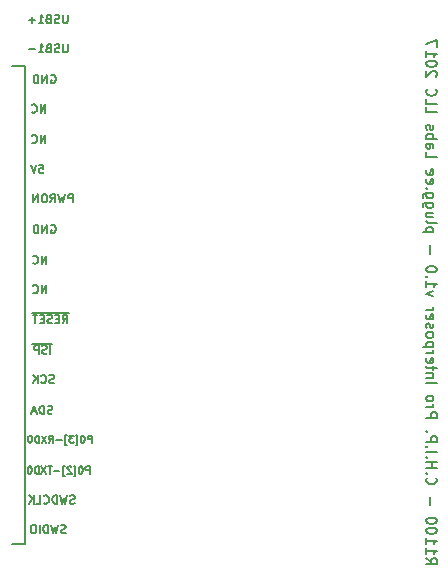
<source format=gbr>
G04 #@! TF.FileFunction,Legend,Bot*
%FSLAX46Y46*%
G04 Gerber Fmt 4.6, Leading zero omitted, Abs format (unit mm)*
G04 Created by KiCad (PCBNEW 4.0.6-e0-6349~53~ubuntu14.04.1) date Thu Apr  6 14:16:42 2017*
%MOMM*%
%LPD*%
G01*
G04 APERTURE LIST*
%ADD10C,0.100000*%
%ADD11C,0.150000*%
%ADD12C,0.152400*%
G04 APERTURE END LIST*
D10*
D11*
X163092857Y-126442857D02*
X163521429Y-126742857D01*
X163092857Y-126957142D02*
X163992857Y-126957142D01*
X163992857Y-126614285D01*
X163950000Y-126528571D01*
X163907143Y-126485714D01*
X163821429Y-126442857D01*
X163692857Y-126442857D01*
X163607143Y-126485714D01*
X163564286Y-126528571D01*
X163521429Y-126614285D01*
X163521429Y-126957142D01*
X163092857Y-125585714D02*
X163092857Y-126099999D01*
X163092857Y-125842857D02*
X163992857Y-125842857D01*
X163864286Y-125928571D01*
X163778571Y-126014285D01*
X163735714Y-126099999D01*
X163092857Y-124728571D02*
X163092857Y-125242856D01*
X163092857Y-124985714D02*
X163992857Y-124985714D01*
X163864286Y-125071428D01*
X163778571Y-125157142D01*
X163735714Y-125242856D01*
X163992857Y-124171428D02*
X163992857Y-124085713D01*
X163950000Y-123999999D01*
X163907143Y-123957142D01*
X163821429Y-123914285D01*
X163650000Y-123871428D01*
X163435714Y-123871428D01*
X163264286Y-123914285D01*
X163178571Y-123957142D01*
X163135714Y-123999999D01*
X163092857Y-124085713D01*
X163092857Y-124171428D01*
X163135714Y-124257142D01*
X163178571Y-124299999D01*
X163264286Y-124342856D01*
X163435714Y-124385713D01*
X163650000Y-124385713D01*
X163821429Y-124342856D01*
X163907143Y-124299999D01*
X163950000Y-124257142D01*
X163992857Y-124171428D01*
X163992857Y-123314285D02*
X163992857Y-123228570D01*
X163950000Y-123142856D01*
X163907143Y-123099999D01*
X163821429Y-123057142D01*
X163650000Y-123014285D01*
X163435714Y-123014285D01*
X163264286Y-123057142D01*
X163178571Y-123099999D01*
X163135714Y-123142856D01*
X163092857Y-123228570D01*
X163092857Y-123314285D01*
X163135714Y-123399999D01*
X163178571Y-123442856D01*
X163264286Y-123485713D01*
X163435714Y-123528570D01*
X163650000Y-123528570D01*
X163821429Y-123485713D01*
X163907143Y-123442856D01*
X163950000Y-123399999D01*
X163992857Y-123314285D01*
X163435714Y-121942856D02*
X163435714Y-121257142D01*
X163178571Y-119628571D02*
X163135714Y-119671428D01*
X163092857Y-119799999D01*
X163092857Y-119885713D01*
X163135714Y-120014285D01*
X163221429Y-120099999D01*
X163307143Y-120142856D01*
X163478571Y-120185713D01*
X163607143Y-120185713D01*
X163778571Y-120142856D01*
X163864286Y-120099999D01*
X163950000Y-120014285D01*
X163992857Y-119885713D01*
X163992857Y-119799999D01*
X163950000Y-119671428D01*
X163907143Y-119628571D01*
X163178571Y-119242856D02*
X163135714Y-119199999D01*
X163092857Y-119242856D01*
X163135714Y-119285713D01*
X163178571Y-119242856D01*
X163092857Y-119242856D01*
X163092857Y-118814285D02*
X163992857Y-118814285D01*
X163564286Y-118814285D02*
X163564286Y-118300000D01*
X163092857Y-118300000D02*
X163992857Y-118300000D01*
X163178571Y-117871428D02*
X163135714Y-117828571D01*
X163092857Y-117871428D01*
X163135714Y-117914285D01*
X163178571Y-117871428D01*
X163092857Y-117871428D01*
X163092857Y-117442857D02*
X163992857Y-117442857D01*
X163178571Y-117014286D02*
X163135714Y-116971429D01*
X163092857Y-117014286D01*
X163135714Y-117057143D01*
X163178571Y-117014286D01*
X163092857Y-117014286D01*
X163092857Y-116585715D02*
X163992857Y-116585715D01*
X163992857Y-116242858D01*
X163950000Y-116157144D01*
X163907143Y-116114287D01*
X163821429Y-116071430D01*
X163692857Y-116071430D01*
X163607143Y-116114287D01*
X163564286Y-116157144D01*
X163521429Y-116242858D01*
X163521429Y-116585715D01*
X163178571Y-115685715D02*
X163135714Y-115642858D01*
X163092857Y-115685715D01*
X163135714Y-115728572D01*
X163178571Y-115685715D01*
X163092857Y-115685715D01*
X163092857Y-114571430D02*
X163992857Y-114571430D01*
X163992857Y-114228573D01*
X163950000Y-114142859D01*
X163907143Y-114100002D01*
X163821429Y-114057145D01*
X163692857Y-114057145D01*
X163607143Y-114100002D01*
X163564286Y-114142859D01*
X163521429Y-114228573D01*
X163521429Y-114571430D01*
X163092857Y-113671430D02*
X163692857Y-113671430D01*
X163521429Y-113671430D02*
X163607143Y-113628573D01*
X163650000Y-113585716D01*
X163692857Y-113500002D01*
X163692857Y-113414287D01*
X163092857Y-112985716D02*
X163135714Y-113071430D01*
X163178571Y-113114287D01*
X163264286Y-113157144D01*
X163521429Y-113157144D01*
X163607143Y-113114287D01*
X163650000Y-113071430D01*
X163692857Y-112985716D01*
X163692857Y-112857144D01*
X163650000Y-112771430D01*
X163607143Y-112728573D01*
X163521429Y-112685716D01*
X163264286Y-112685716D01*
X163178571Y-112728573D01*
X163135714Y-112771430D01*
X163092857Y-112857144D01*
X163092857Y-112985716D01*
X163092857Y-111614287D02*
X163992857Y-111614287D01*
X163692857Y-111185716D02*
X163092857Y-111185716D01*
X163607143Y-111185716D02*
X163650000Y-111142859D01*
X163692857Y-111057145D01*
X163692857Y-110928573D01*
X163650000Y-110842859D01*
X163564286Y-110800002D01*
X163092857Y-110800002D01*
X163692857Y-110500002D02*
X163692857Y-110157145D01*
X163992857Y-110371430D02*
X163221429Y-110371430D01*
X163135714Y-110328573D01*
X163092857Y-110242859D01*
X163092857Y-110157145D01*
X163135714Y-109514287D02*
X163092857Y-109600001D01*
X163092857Y-109771430D01*
X163135714Y-109857144D01*
X163221429Y-109900001D01*
X163564286Y-109900001D01*
X163650000Y-109857144D01*
X163692857Y-109771430D01*
X163692857Y-109600001D01*
X163650000Y-109514287D01*
X163564286Y-109471430D01*
X163478571Y-109471430D01*
X163392857Y-109900001D01*
X163092857Y-109085715D02*
X163692857Y-109085715D01*
X163521429Y-109085715D02*
X163607143Y-109042858D01*
X163650000Y-109000001D01*
X163692857Y-108914287D01*
X163692857Y-108828572D01*
X163692857Y-108528572D02*
X162792857Y-108528572D01*
X163650000Y-108528572D02*
X163692857Y-108442858D01*
X163692857Y-108271429D01*
X163650000Y-108185715D01*
X163607143Y-108142858D01*
X163521429Y-108100001D01*
X163264286Y-108100001D01*
X163178571Y-108142858D01*
X163135714Y-108185715D01*
X163092857Y-108271429D01*
X163092857Y-108442858D01*
X163135714Y-108528572D01*
X163092857Y-107585715D02*
X163135714Y-107671429D01*
X163178571Y-107714286D01*
X163264286Y-107757143D01*
X163521429Y-107757143D01*
X163607143Y-107714286D01*
X163650000Y-107671429D01*
X163692857Y-107585715D01*
X163692857Y-107457143D01*
X163650000Y-107371429D01*
X163607143Y-107328572D01*
X163521429Y-107285715D01*
X163264286Y-107285715D01*
X163178571Y-107328572D01*
X163135714Y-107371429D01*
X163092857Y-107457143D01*
X163092857Y-107585715D01*
X163135714Y-106942857D02*
X163092857Y-106857143D01*
X163092857Y-106685715D01*
X163135714Y-106600000D01*
X163221429Y-106557143D01*
X163264286Y-106557143D01*
X163350000Y-106600000D01*
X163392857Y-106685715D01*
X163392857Y-106814286D01*
X163435714Y-106900000D01*
X163521429Y-106942857D01*
X163564286Y-106942857D01*
X163650000Y-106900000D01*
X163692857Y-106814286D01*
X163692857Y-106685715D01*
X163650000Y-106600000D01*
X163135714Y-105828572D02*
X163092857Y-105914286D01*
X163092857Y-106085715D01*
X163135714Y-106171429D01*
X163221429Y-106214286D01*
X163564286Y-106214286D01*
X163650000Y-106171429D01*
X163692857Y-106085715D01*
X163692857Y-105914286D01*
X163650000Y-105828572D01*
X163564286Y-105785715D01*
X163478571Y-105785715D01*
X163392857Y-106214286D01*
X163092857Y-105400000D02*
X163692857Y-105400000D01*
X163521429Y-105400000D02*
X163607143Y-105357143D01*
X163650000Y-105314286D01*
X163692857Y-105228572D01*
X163692857Y-105142857D01*
X163692857Y-104242858D02*
X163092857Y-104028572D01*
X163692857Y-103814286D01*
X163092857Y-103000001D02*
X163092857Y-103514286D01*
X163092857Y-103257144D02*
X163992857Y-103257144D01*
X163864286Y-103342858D01*
X163778571Y-103428572D01*
X163735714Y-103514286D01*
X163178571Y-102614286D02*
X163135714Y-102571429D01*
X163092857Y-102614286D01*
X163135714Y-102657143D01*
X163178571Y-102614286D01*
X163092857Y-102614286D01*
X163992857Y-102014287D02*
X163992857Y-101928572D01*
X163950000Y-101842858D01*
X163907143Y-101800001D01*
X163821429Y-101757144D01*
X163650000Y-101714287D01*
X163435714Y-101714287D01*
X163264286Y-101757144D01*
X163178571Y-101800001D01*
X163135714Y-101842858D01*
X163092857Y-101928572D01*
X163092857Y-102014287D01*
X163135714Y-102100001D01*
X163178571Y-102142858D01*
X163264286Y-102185715D01*
X163435714Y-102228572D01*
X163650000Y-102228572D01*
X163821429Y-102185715D01*
X163907143Y-102142858D01*
X163950000Y-102100001D01*
X163992857Y-102014287D01*
X163435714Y-100642858D02*
X163435714Y-99957144D01*
X163692857Y-98842858D02*
X162792857Y-98842858D01*
X163650000Y-98842858D02*
X163692857Y-98757144D01*
X163692857Y-98585715D01*
X163650000Y-98500001D01*
X163607143Y-98457144D01*
X163521429Y-98414287D01*
X163264286Y-98414287D01*
X163178571Y-98457144D01*
X163135714Y-98500001D01*
X163092857Y-98585715D01*
X163092857Y-98757144D01*
X163135714Y-98842858D01*
X163092857Y-97900001D02*
X163135714Y-97985715D01*
X163221429Y-98028572D01*
X163992857Y-98028572D01*
X163692857Y-97171429D02*
X163092857Y-97171429D01*
X163692857Y-97557143D02*
X163221429Y-97557143D01*
X163135714Y-97514286D01*
X163092857Y-97428572D01*
X163092857Y-97300000D01*
X163135714Y-97214286D01*
X163178571Y-97171429D01*
X163692857Y-96357143D02*
X162964286Y-96357143D01*
X162878571Y-96400000D01*
X162835714Y-96442857D01*
X162792857Y-96528572D01*
X162792857Y-96657143D01*
X162835714Y-96742857D01*
X163135714Y-96357143D02*
X163092857Y-96442857D01*
X163092857Y-96614286D01*
X163135714Y-96700000D01*
X163178571Y-96742857D01*
X163264286Y-96785714D01*
X163521429Y-96785714D01*
X163607143Y-96742857D01*
X163650000Y-96700000D01*
X163692857Y-96614286D01*
X163692857Y-96442857D01*
X163650000Y-96357143D01*
X163692857Y-95542857D02*
X162964286Y-95542857D01*
X162878571Y-95585714D01*
X162835714Y-95628571D01*
X162792857Y-95714286D01*
X162792857Y-95842857D01*
X162835714Y-95928571D01*
X163135714Y-95542857D02*
X163092857Y-95628571D01*
X163092857Y-95800000D01*
X163135714Y-95885714D01*
X163178571Y-95928571D01*
X163264286Y-95971428D01*
X163521429Y-95971428D01*
X163607143Y-95928571D01*
X163650000Y-95885714D01*
X163692857Y-95800000D01*
X163692857Y-95628571D01*
X163650000Y-95542857D01*
X163178571Y-95114285D02*
X163135714Y-95071428D01*
X163092857Y-95114285D01*
X163135714Y-95157142D01*
X163178571Y-95114285D01*
X163092857Y-95114285D01*
X163135714Y-94342857D02*
X163092857Y-94428571D01*
X163092857Y-94600000D01*
X163135714Y-94685714D01*
X163221429Y-94728571D01*
X163564286Y-94728571D01*
X163650000Y-94685714D01*
X163692857Y-94600000D01*
X163692857Y-94428571D01*
X163650000Y-94342857D01*
X163564286Y-94300000D01*
X163478571Y-94300000D01*
X163392857Y-94728571D01*
X163135714Y-93571428D02*
X163092857Y-93657142D01*
X163092857Y-93828571D01*
X163135714Y-93914285D01*
X163221429Y-93957142D01*
X163564286Y-93957142D01*
X163650000Y-93914285D01*
X163692857Y-93828571D01*
X163692857Y-93657142D01*
X163650000Y-93571428D01*
X163564286Y-93528571D01*
X163478571Y-93528571D01*
X163392857Y-93957142D01*
X163092857Y-92028571D02*
X163092857Y-92457142D01*
X163992857Y-92457142D01*
X163092857Y-91342857D02*
X163564286Y-91342857D01*
X163650000Y-91385714D01*
X163692857Y-91471428D01*
X163692857Y-91642857D01*
X163650000Y-91728571D01*
X163135714Y-91342857D02*
X163092857Y-91428571D01*
X163092857Y-91642857D01*
X163135714Y-91728571D01*
X163221429Y-91771428D01*
X163307143Y-91771428D01*
X163392857Y-91728571D01*
X163435714Y-91642857D01*
X163435714Y-91428571D01*
X163478571Y-91342857D01*
X163092857Y-90914285D02*
X163992857Y-90914285D01*
X163650000Y-90914285D02*
X163692857Y-90828571D01*
X163692857Y-90657142D01*
X163650000Y-90571428D01*
X163607143Y-90528571D01*
X163521429Y-90485714D01*
X163264286Y-90485714D01*
X163178571Y-90528571D01*
X163135714Y-90571428D01*
X163092857Y-90657142D01*
X163092857Y-90828571D01*
X163135714Y-90914285D01*
X163135714Y-90142856D02*
X163092857Y-90057142D01*
X163092857Y-89885714D01*
X163135714Y-89799999D01*
X163221429Y-89757142D01*
X163264286Y-89757142D01*
X163350000Y-89799999D01*
X163392857Y-89885714D01*
X163392857Y-90014285D01*
X163435714Y-90099999D01*
X163521429Y-90142856D01*
X163564286Y-90142856D01*
X163650000Y-90099999D01*
X163692857Y-90014285D01*
X163692857Y-89885714D01*
X163650000Y-89799999D01*
X163092857Y-88257143D02*
X163092857Y-88685714D01*
X163992857Y-88685714D01*
X163092857Y-87528572D02*
X163092857Y-87957143D01*
X163992857Y-87957143D01*
X163178571Y-86714287D02*
X163135714Y-86757144D01*
X163092857Y-86885715D01*
X163092857Y-86971429D01*
X163135714Y-87100001D01*
X163221429Y-87185715D01*
X163307143Y-87228572D01*
X163478571Y-87271429D01*
X163607143Y-87271429D01*
X163778571Y-87228572D01*
X163864286Y-87185715D01*
X163950000Y-87100001D01*
X163992857Y-86971429D01*
X163992857Y-86885715D01*
X163950000Y-86757144D01*
X163907143Y-86714287D01*
X163907143Y-85685715D02*
X163950000Y-85642858D01*
X163992857Y-85557144D01*
X163992857Y-85342858D01*
X163950000Y-85257144D01*
X163907143Y-85214287D01*
X163821429Y-85171430D01*
X163735714Y-85171430D01*
X163607143Y-85214287D01*
X163092857Y-85728573D01*
X163092857Y-85171430D01*
X163992857Y-84614287D02*
X163992857Y-84528572D01*
X163950000Y-84442858D01*
X163907143Y-84400001D01*
X163821429Y-84357144D01*
X163650000Y-84314287D01*
X163435714Y-84314287D01*
X163264286Y-84357144D01*
X163178571Y-84400001D01*
X163135714Y-84442858D01*
X163092857Y-84528572D01*
X163092857Y-84614287D01*
X163135714Y-84700001D01*
X163178571Y-84742858D01*
X163264286Y-84785715D01*
X163435714Y-84828572D01*
X163650000Y-84828572D01*
X163821429Y-84785715D01*
X163907143Y-84742858D01*
X163950000Y-84700001D01*
X163992857Y-84614287D01*
X163092857Y-83457144D02*
X163092857Y-83971429D01*
X163092857Y-83714287D02*
X163992857Y-83714287D01*
X163864286Y-83800001D01*
X163778571Y-83885715D01*
X163735714Y-83971429D01*
X163992857Y-83157144D02*
X163992857Y-82557144D01*
X163092857Y-82942858D01*
D12*
X128000000Y-84760000D02*
X129100000Y-84760000D01*
X129100000Y-84760000D02*
X129100000Y-90560000D01*
X129100000Y-90560000D02*
X129100000Y-95960000D01*
X129100000Y-95960000D02*
X129100000Y-99560000D01*
X129100000Y-99560000D02*
X129100000Y-113560000D01*
X129100000Y-113560000D02*
X129100000Y-124060000D01*
X129100000Y-124060000D02*
X129100000Y-125260000D01*
X129100000Y-125260000D02*
X128000000Y-125260000D01*
D11*
X132750000Y-80416667D02*
X132750000Y-80983333D01*
X132716667Y-81050000D01*
X132683334Y-81083333D01*
X132616667Y-81116667D01*
X132483334Y-81116667D01*
X132416667Y-81083333D01*
X132383334Y-81050000D01*
X132350000Y-80983333D01*
X132350000Y-80416667D01*
X132050001Y-81083333D02*
X131950001Y-81116667D01*
X131783334Y-81116667D01*
X131716667Y-81083333D01*
X131683334Y-81050000D01*
X131650001Y-80983333D01*
X131650001Y-80916667D01*
X131683334Y-80850000D01*
X131716667Y-80816667D01*
X131783334Y-80783333D01*
X131916667Y-80750000D01*
X131983334Y-80716667D01*
X132016667Y-80683333D01*
X132050001Y-80616667D01*
X132050001Y-80550000D01*
X132016667Y-80483333D01*
X131983334Y-80450000D01*
X131916667Y-80416667D01*
X131750001Y-80416667D01*
X131650001Y-80450000D01*
X131116667Y-80750000D02*
X131016667Y-80783333D01*
X130983334Y-80816667D01*
X130950000Y-80883333D01*
X130950000Y-80983333D01*
X130983334Y-81050000D01*
X131016667Y-81083333D01*
X131083334Y-81116667D01*
X131350000Y-81116667D01*
X131350000Y-80416667D01*
X131116667Y-80416667D01*
X131050000Y-80450000D01*
X131016667Y-80483333D01*
X130983334Y-80550000D01*
X130983334Y-80616667D01*
X131016667Y-80683333D01*
X131050000Y-80716667D01*
X131116667Y-80750000D01*
X131350000Y-80750000D01*
X130283334Y-81116667D02*
X130683334Y-81116667D01*
X130483334Y-81116667D02*
X130483334Y-80416667D01*
X130550000Y-80516667D01*
X130616667Y-80583333D01*
X130683334Y-80616667D01*
X129983333Y-80850000D02*
X129450000Y-80850000D01*
X129716667Y-81116667D02*
X129716667Y-80583333D01*
X132750000Y-82916667D02*
X132750000Y-83483333D01*
X132716667Y-83550000D01*
X132683334Y-83583333D01*
X132616667Y-83616667D01*
X132483334Y-83616667D01*
X132416667Y-83583333D01*
X132383334Y-83550000D01*
X132350000Y-83483333D01*
X132350000Y-82916667D01*
X132050001Y-83583333D02*
X131950001Y-83616667D01*
X131783334Y-83616667D01*
X131716667Y-83583333D01*
X131683334Y-83550000D01*
X131650001Y-83483333D01*
X131650001Y-83416667D01*
X131683334Y-83350000D01*
X131716667Y-83316667D01*
X131783334Y-83283333D01*
X131916667Y-83250000D01*
X131983334Y-83216667D01*
X132016667Y-83183333D01*
X132050001Y-83116667D01*
X132050001Y-83050000D01*
X132016667Y-82983333D01*
X131983334Y-82950000D01*
X131916667Y-82916667D01*
X131750001Y-82916667D01*
X131650001Y-82950000D01*
X131116667Y-83250000D02*
X131016667Y-83283333D01*
X130983334Y-83316667D01*
X130950000Y-83383333D01*
X130950000Y-83483333D01*
X130983334Y-83550000D01*
X131016667Y-83583333D01*
X131083334Y-83616667D01*
X131350000Y-83616667D01*
X131350000Y-82916667D01*
X131116667Y-82916667D01*
X131050000Y-82950000D01*
X131016667Y-82983333D01*
X130983334Y-83050000D01*
X130983334Y-83116667D01*
X131016667Y-83183333D01*
X131050000Y-83216667D01*
X131116667Y-83250000D01*
X131350000Y-83250000D01*
X130283334Y-83616667D02*
X130683334Y-83616667D01*
X130483334Y-83616667D02*
X130483334Y-82916667D01*
X130550000Y-83016667D01*
X130616667Y-83083333D01*
X130683334Y-83116667D01*
X129983333Y-83350000D02*
X129450000Y-83350000D01*
X132583333Y-124283333D02*
X132483333Y-124316667D01*
X132316666Y-124316667D01*
X132249999Y-124283333D01*
X132216666Y-124250000D01*
X132183333Y-124183333D01*
X132183333Y-124116667D01*
X132216666Y-124050000D01*
X132249999Y-124016667D01*
X132316666Y-123983333D01*
X132449999Y-123950000D01*
X132516666Y-123916667D01*
X132549999Y-123883333D01*
X132583333Y-123816667D01*
X132583333Y-123750000D01*
X132549999Y-123683333D01*
X132516666Y-123650000D01*
X132449999Y-123616667D01*
X132283333Y-123616667D01*
X132183333Y-123650000D01*
X131949999Y-123616667D02*
X131783332Y-124316667D01*
X131649999Y-123816667D01*
X131516666Y-124316667D01*
X131349999Y-123616667D01*
X131083332Y-124316667D02*
X131083332Y-123616667D01*
X130916666Y-123616667D01*
X130816666Y-123650000D01*
X130749999Y-123716667D01*
X130716666Y-123783333D01*
X130683332Y-123916667D01*
X130683332Y-124016667D01*
X130716666Y-124150000D01*
X130749999Y-124216667D01*
X130816666Y-124283333D01*
X130916666Y-124316667D01*
X131083332Y-124316667D01*
X130383332Y-124316667D02*
X130383332Y-123616667D01*
X129916666Y-123616667D02*
X129783333Y-123616667D01*
X129716666Y-123650000D01*
X129649999Y-123716667D01*
X129616666Y-123850000D01*
X129616666Y-124083333D01*
X129649999Y-124216667D01*
X129716666Y-124283333D01*
X129783333Y-124316667D01*
X129916666Y-124316667D01*
X129983333Y-124283333D01*
X130049999Y-124216667D01*
X130083333Y-124083333D01*
X130083333Y-123850000D01*
X130049999Y-123716667D01*
X129983333Y-123650000D01*
X129916666Y-123616667D01*
X133333334Y-121783333D02*
X133233334Y-121816667D01*
X133066667Y-121816667D01*
X133000000Y-121783333D01*
X132966667Y-121750000D01*
X132933334Y-121683333D01*
X132933334Y-121616667D01*
X132966667Y-121550000D01*
X133000000Y-121516667D01*
X133066667Y-121483333D01*
X133200000Y-121450000D01*
X133266667Y-121416667D01*
X133300000Y-121383333D01*
X133333334Y-121316667D01*
X133333334Y-121250000D01*
X133300000Y-121183333D01*
X133266667Y-121150000D01*
X133200000Y-121116667D01*
X133033334Y-121116667D01*
X132933334Y-121150000D01*
X132700000Y-121116667D02*
X132533333Y-121816667D01*
X132400000Y-121316667D01*
X132266667Y-121816667D01*
X132100000Y-121116667D01*
X131833333Y-121816667D02*
X131833333Y-121116667D01*
X131666667Y-121116667D01*
X131566667Y-121150000D01*
X131500000Y-121216667D01*
X131466667Y-121283333D01*
X131433333Y-121416667D01*
X131433333Y-121516667D01*
X131466667Y-121650000D01*
X131500000Y-121716667D01*
X131566667Y-121783333D01*
X131666667Y-121816667D01*
X131833333Y-121816667D01*
X130733333Y-121750000D02*
X130766667Y-121783333D01*
X130866667Y-121816667D01*
X130933333Y-121816667D01*
X131033333Y-121783333D01*
X131100000Y-121716667D01*
X131133333Y-121650000D01*
X131166667Y-121516667D01*
X131166667Y-121416667D01*
X131133333Y-121283333D01*
X131100000Y-121216667D01*
X131033333Y-121150000D01*
X130933333Y-121116667D01*
X130866667Y-121116667D01*
X130766667Y-121150000D01*
X130733333Y-121183333D01*
X130100000Y-121816667D02*
X130433333Y-121816667D01*
X130433333Y-121116667D01*
X129866666Y-121816667D02*
X129866666Y-121116667D01*
X129466666Y-121816667D02*
X129766666Y-121416667D01*
X129466666Y-121116667D02*
X129866666Y-121516667D01*
X134600001Y-119271429D02*
X134600001Y-118671429D01*
X134371429Y-118671429D01*
X134314287Y-118700000D01*
X134285715Y-118728571D01*
X134257144Y-118785714D01*
X134257144Y-118871429D01*
X134285715Y-118928571D01*
X134314287Y-118957143D01*
X134371429Y-118985714D01*
X134600001Y-118985714D01*
X133885715Y-118671429D02*
X133828572Y-118671429D01*
X133771429Y-118700000D01*
X133742858Y-118728571D01*
X133714287Y-118785714D01*
X133685715Y-118900000D01*
X133685715Y-119042857D01*
X133714287Y-119157143D01*
X133742858Y-119214286D01*
X133771429Y-119242857D01*
X133828572Y-119271429D01*
X133885715Y-119271429D01*
X133942858Y-119242857D01*
X133971429Y-119214286D01*
X134000001Y-119157143D01*
X134028572Y-119042857D01*
X134028572Y-118900000D01*
X134000001Y-118785714D01*
X133971429Y-118728571D01*
X133942858Y-118700000D01*
X133885715Y-118671429D01*
X133257143Y-119471429D02*
X133400000Y-119471429D01*
X133400000Y-118614286D01*
X133257143Y-118614286D01*
X133057143Y-118728571D02*
X133028572Y-118700000D01*
X132971429Y-118671429D01*
X132828572Y-118671429D01*
X132771429Y-118700000D01*
X132742858Y-118728571D01*
X132714286Y-118785714D01*
X132714286Y-118842857D01*
X132742858Y-118928571D01*
X133085715Y-119271429D01*
X132714286Y-119271429D01*
X132514286Y-119471429D02*
X132371429Y-119471429D01*
X132371429Y-118614286D01*
X132514286Y-118614286D01*
X132057143Y-119042857D02*
X131600000Y-119042857D01*
X131400000Y-118671429D02*
X131057143Y-118671429D01*
X131228572Y-119271429D02*
X131228572Y-118671429D01*
X130914286Y-118671429D02*
X130514286Y-119271429D01*
X130514286Y-118671429D02*
X130914286Y-119271429D01*
X130285714Y-119271429D02*
X130285714Y-118671429D01*
X130142857Y-118671429D01*
X130057142Y-118700000D01*
X130000000Y-118757143D01*
X129971428Y-118814286D01*
X129942857Y-118928571D01*
X129942857Y-119014286D01*
X129971428Y-119128571D01*
X130000000Y-119185714D01*
X130057142Y-119242857D01*
X130142857Y-119271429D01*
X130285714Y-119271429D01*
X129571428Y-118671429D02*
X129514285Y-118671429D01*
X129457142Y-118700000D01*
X129428571Y-118728571D01*
X129400000Y-118785714D01*
X129371428Y-118900000D01*
X129371428Y-119042857D01*
X129400000Y-119157143D01*
X129428571Y-119214286D01*
X129457142Y-119242857D01*
X129514285Y-119271429D01*
X129571428Y-119271429D01*
X129628571Y-119242857D01*
X129657142Y-119214286D01*
X129685714Y-119157143D01*
X129714285Y-119042857D01*
X129714285Y-118900000D01*
X129685714Y-118785714D01*
X129657142Y-118728571D01*
X129628571Y-118700000D01*
X129571428Y-118671429D01*
X134771429Y-116671429D02*
X134771429Y-116071429D01*
X134542857Y-116071429D01*
X134485715Y-116100000D01*
X134457143Y-116128571D01*
X134428572Y-116185714D01*
X134428572Y-116271429D01*
X134457143Y-116328571D01*
X134485715Y-116357143D01*
X134542857Y-116385714D01*
X134771429Y-116385714D01*
X134057143Y-116071429D02*
X134000000Y-116071429D01*
X133942857Y-116100000D01*
X133914286Y-116128571D01*
X133885715Y-116185714D01*
X133857143Y-116300000D01*
X133857143Y-116442857D01*
X133885715Y-116557143D01*
X133914286Y-116614286D01*
X133942857Y-116642857D01*
X134000000Y-116671429D01*
X134057143Y-116671429D01*
X134114286Y-116642857D01*
X134142857Y-116614286D01*
X134171429Y-116557143D01*
X134200000Y-116442857D01*
X134200000Y-116300000D01*
X134171429Y-116185714D01*
X134142857Y-116128571D01*
X134114286Y-116100000D01*
X134057143Y-116071429D01*
X133428571Y-116871429D02*
X133571428Y-116871429D01*
X133571428Y-116014286D01*
X133428571Y-116014286D01*
X133257143Y-116071429D02*
X132885714Y-116071429D01*
X133085714Y-116300000D01*
X133000000Y-116300000D01*
X132942857Y-116328571D01*
X132914286Y-116357143D01*
X132885714Y-116414286D01*
X132885714Y-116557143D01*
X132914286Y-116614286D01*
X132942857Y-116642857D01*
X133000000Y-116671429D01*
X133171428Y-116671429D01*
X133228571Y-116642857D01*
X133257143Y-116614286D01*
X132685714Y-116871429D02*
X132542857Y-116871429D01*
X132542857Y-116014286D01*
X132685714Y-116014286D01*
X132228571Y-116442857D02*
X131771428Y-116442857D01*
X131142857Y-116671429D02*
X131342857Y-116385714D01*
X131485714Y-116671429D02*
X131485714Y-116071429D01*
X131257142Y-116071429D01*
X131200000Y-116100000D01*
X131171428Y-116128571D01*
X131142857Y-116185714D01*
X131142857Y-116271429D01*
X131171428Y-116328571D01*
X131200000Y-116357143D01*
X131257142Y-116385714D01*
X131485714Y-116385714D01*
X130942857Y-116071429D02*
X130542857Y-116671429D01*
X130542857Y-116071429D02*
X130942857Y-116671429D01*
X130314285Y-116671429D02*
X130314285Y-116071429D01*
X130171428Y-116071429D01*
X130085713Y-116100000D01*
X130028571Y-116157143D01*
X129999999Y-116214286D01*
X129971428Y-116328571D01*
X129971428Y-116414286D01*
X129999999Y-116528571D01*
X130028571Y-116585714D01*
X130085713Y-116642857D01*
X130171428Y-116671429D01*
X130314285Y-116671429D01*
X129599999Y-116071429D02*
X129542856Y-116071429D01*
X129485713Y-116100000D01*
X129457142Y-116128571D01*
X129428571Y-116185714D01*
X129399999Y-116300000D01*
X129399999Y-116442857D01*
X129428571Y-116557143D01*
X129457142Y-116614286D01*
X129485713Y-116642857D01*
X129542856Y-116671429D01*
X129599999Y-116671429D01*
X129657142Y-116642857D01*
X129685713Y-116614286D01*
X129714285Y-116557143D01*
X129742856Y-116442857D01*
X129742856Y-116300000D01*
X129714285Y-116185714D01*
X129685713Y-116128571D01*
X129657142Y-116100000D01*
X129599999Y-116071429D01*
X131450000Y-114183333D02*
X131350000Y-114216667D01*
X131183333Y-114216667D01*
X131116666Y-114183333D01*
X131083333Y-114150000D01*
X131050000Y-114083333D01*
X131050000Y-114016667D01*
X131083333Y-113950000D01*
X131116666Y-113916667D01*
X131183333Y-113883333D01*
X131316666Y-113850000D01*
X131383333Y-113816667D01*
X131416666Y-113783333D01*
X131450000Y-113716667D01*
X131450000Y-113650000D01*
X131416666Y-113583333D01*
X131383333Y-113550000D01*
X131316666Y-113516667D01*
X131150000Y-113516667D01*
X131050000Y-113550000D01*
X130749999Y-114216667D02*
X130749999Y-113516667D01*
X130583333Y-113516667D01*
X130483333Y-113550000D01*
X130416666Y-113616667D01*
X130383333Y-113683333D01*
X130349999Y-113816667D01*
X130349999Y-113916667D01*
X130383333Y-114050000D01*
X130416666Y-114116667D01*
X130483333Y-114183333D01*
X130583333Y-114216667D01*
X130749999Y-114216667D01*
X130083333Y-114016667D02*
X129749999Y-114016667D01*
X130149999Y-114216667D02*
X129916666Y-113516667D01*
X129683333Y-114216667D01*
X131600000Y-111583333D02*
X131500000Y-111616667D01*
X131333333Y-111616667D01*
X131266666Y-111583333D01*
X131233333Y-111550000D01*
X131200000Y-111483333D01*
X131200000Y-111416667D01*
X131233333Y-111350000D01*
X131266666Y-111316667D01*
X131333333Y-111283333D01*
X131466666Y-111250000D01*
X131533333Y-111216667D01*
X131566666Y-111183333D01*
X131600000Y-111116667D01*
X131600000Y-111050000D01*
X131566666Y-110983333D01*
X131533333Y-110950000D01*
X131466666Y-110916667D01*
X131300000Y-110916667D01*
X131200000Y-110950000D01*
X130499999Y-111550000D02*
X130533333Y-111583333D01*
X130633333Y-111616667D01*
X130699999Y-111616667D01*
X130799999Y-111583333D01*
X130866666Y-111516667D01*
X130899999Y-111450000D01*
X130933333Y-111316667D01*
X130933333Y-111216667D01*
X130899999Y-111083333D01*
X130866666Y-111016667D01*
X130799999Y-110950000D01*
X130699999Y-110916667D01*
X130633333Y-110916667D01*
X130533333Y-110950000D01*
X130499999Y-110983333D01*
X130199999Y-111616667D02*
X130199999Y-110916667D01*
X129799999Y-111616667D02*
X130099999Y-111216667D01*
X129799999Y-110916667D02*
X130199999Y-111316667D01*
X131283333Y-109116667D02*
X131283333Y-108416667D01*
X130983334Y-109083333D02*
X130883334Y-109116667D01*
X130716667Y-109116667D01*
X130650000Y-109083333D01*
X130616667Y-109050000D01*
X130583334Y-108983333D01*
X130583334Y-108916667D01*
X130616667Y-108850000D01*
X130650000Y-108816667D01*
X130716667Y-108783333D01*
X130850000Y-108750000D01*
X130916667Y-108716667D01*
X130950000Y-108683333D01*
X130983334Y-108616667D01*
X130983334Y-108550000D01*
X130950000Y-108483333D01*
X130916667Y-108450000D01*
X130850000Y-108416667D01*
X130683334Y-108416667D01*
X130583334Y-108450000D01*
X130283333Y-109116667D02*
X130283333Y-108416667D01*
X130016667Y-108416667D01*
X129950000Y-108450000D01*
X129916667Y-108483333D01*
X129883333Y-108550000D01*
X129883333Y-108650000D01*
X129916667Y-108716667D01*
X129950000Y-108750000D01*
X130016667Y-108783333D01*
X130283333Y-108783333D01*
X131450000Y-108296000D02*
X129750000Y-108296000D01*
X132316666Y-106516667D02*
X132550000Y-106183333D01*
X132716666Y-106516667D02*
X132716666Y-105816667D01*
X132450000Y-105816667D01*
X132383333Y-105850000D01*
X132350000Y-105883333D01*
X132316666Y-105950000D01*
X132316666Y-106050000D01*
X132350000Y-106116667D01*
X132383333Y-106150000D01*
X132450000Y-106183333D01*
X132716666Y-106183333D01*
X132016666Y-106150000D02*
X131783333Y-106150000D01*
X131683333Y-106516667D02*
X132016666Y-106516667D01*
X132016666Y-105816667D01*
X131683333Y-105816667D01*
X131416667Y-106483333D02*
X131316667Y-106516667D01*
X131150000Y-106516667D01*
X131083333Y-106483333D01*
X131050000Y-106450000D01*
X131016667Y-106383333D01*
X131016667Y-106316667D01*
X131050000Y-106250000D01*
X131083333Y-106216667D01*
X131150000Y-106183333D01*
X131283333Y-106150000D01*
X131350000Y-106116667D01*
X131383333Y-106083333D01*
X131416667Y-106016667D01*
X131416667Y-105950000D01*
X131383333Y-105883333D01*
X131350000Y-105850000D01*
X131283333Y-105816667D01*
X131116667Y-105816667D01*
X131016667Y-105850000D01*
X130716666Y-106150000D02*
X130483333Y-106150000D01*
X130383333Y-106516667D02*
X130716666Y-106516667D01*
X130716666Y-105816667D01*
X130383333Y-105816667D01*
X130183333Y-105816667D02*
X129783333Y-105816667D01*
X129983333Y-106516667D02*
X129983333Y-105816667D01*
X132883333Y-105696000D02*
X129716667Y-105696000D01*
X130949999Y-104016667D02*
X130949999Y-103316667D01*
X130549999Y-104016667D01*
X130549999Y-103316667D01*
X129816666Y-103950000D02*
X129850000Y-103983333D01*
X129950000Y-104016667D01*
X130016666Y-104016667D01*
X130116666Y-103983333D01*
X130183333Y-103916667D01*
X130216666Y-103850000D01*
X130250000Y-103716667D01*
X130250000Y-103616667D01*
X130216666Y-103483333D01*
X130183333Y-103416667D01*
X130116666Y-103350000D01*
X130016666Y-103316667D01*
X129950000Y-103316667D01*
X129850000Y-103350000D01*
X129816666Y-103383333D01*
X130949999Y-101516667D02*
X130949999Y-100816667D01*
X130549999Y-101516667D01*
X130549999Y-100816667D01*
X129816666Y-101450000D02*
X129850000Y-101483333D01*
X129950000Y-101516667D01*
X130016666Y-101516667D01*
X130116666Y-101483333D01*
X130183333Y-101416667D01*
X130216666Y-101350000D01*
X130250000Y-101216667D01*
X130250000Y-101116667D01*
X130216666Y-100983333D01*
X130183333Y-100916667D01*
X130116666Y-100850000D01*
X130016666Y-100816667D01*
X129950000Y-100816667D01*
X129850000Y-100850000D01*
X129816666Y-100883333D01*
X131333333Y-98250000D02*
X131399999Y-98216667D01*
X131499999Y-98216667D01*
X131599999Y-98250000D01*
X131666666Y-98316667D01*
X131699999Y-98383333D01*
X131733333Y-98516667D01*
X131733333Y-98616667D01*
X131699999Y-98750000D01*
X131666666Y-98816667D01*
X131599999Y-98883333D01*
X131499999Y-98916667D01*
X131433333Y-98916667D01*
X131333333Y-98883333D01*
X131299999Y-98850000D01*
X131299999Y-98616667D01*
X131433333Y-98616667D01*
X130999999Y-98916667D02*
X130999999Y-98216667D01*
X130599999Y-98916667D01*
X130599999Y-98216667D01*
X130266666Y-98916667D02*
X130266666Y-98216667D01*
X130100000Y-98216667D01*
X130000000Y-98250000D01*
X129933333Y-98316667D01*
X129900000Y-98383333D01*
X129866666Y-98516667D01*
X129866666Y-98616667D01*
X129900000Y-98750000D01*
X129933333Y-98816667D01*
X130000000Y-98883333D01*
X130100000Y-98916667D01*
X130266666Y-98916667D01*
X133166666Y-96316667D02*
X133166666Y-95616667D01*
X132900000Y-95616667D01*
X132833333Y-95650000D01*
X132800000Y-95683333D01*
X132766666Y-95750000D01*
X132766666Y-95850000D01*
X132800000Y-95916667D01*
X132833333Y-95950000D01*
X132900000Y-95983333D01*
X133166666Y-95983333D01*
X132533333Y-95616667D02*
X132366666Y-96316667D01*
X132233333Y-95816667D01*
X132100000Y-96316667D01*
X131933333Y-95616667D01*
X131266666Y-96316667D02*
X131500000Y-95983333D01*
X131666666Y-96316667D02*
X131666666Y-95616667D01*
X131400000Y-95616667D01*
X131333333Y-95650000D01*
X131300000Y-95683333D01*
X131266666Y-95750000D01*
X131266666Y-95850000D01*
X131300000Y-95916667D01*
X131333333Y-95950000D01*
X131400000Y-95983333D01*
X131666666Y-95983333D01*
X130833333Y-95616667D02*
X130700000Y-95616667D01*
X130633333Y-95650000D01*
X130566666Y-95716667D01*
X130533333Y-95850000D01*
X130533333Y-96083333D01*
X130566666Y-96216667D01*
X130633333Y-96283333D01*
X130700000Y-96316667D01*
X130833333Y-96316667D01*
X130900000Y-96283333D01*
X130966666Y-96216667D01*
X131000000Y-96083333D01*
X131000000Y-95850000D01*
X130966666Y-95716667D01*
X130900000Y-95650000D01*
X130833333Y-95616667D01*
X130233333Y-96316667D02*
X130233333Y-95616667D01*
X129833333Y-96316667D01*
X129833333Y-95616667D01*
X130333333Y-93116667D02*
X130666666Y-93116667D01*
X130700000Y-93450000D01*
X130666666Y-93416667D01*
X130600000Y-93383333D01*
X130433333Y-93383333D01*
X130366666Y-93416667D01*
X130333333Y-93450000D01*
X130300000Y-93516667D01*
X130300000Y-93683333D01*
X130333333Y-93750000D01*
X130366666Y-93783333D01*
X130433333Y-93816667D01*
X130600000Y-93816667D01*
X130666666Y-93783333D01*
X130700000Y-93750000D01*
X130099999Y-93116667D02*
X129866666Y-93816667D01*
X129633333Y-93116667D01*
X130849999Y-91316667D02*
X130849999Y-90616667D01*
X130449999Y-91316667D01*
X130449999Y-90616667D01*
X129716666Y-91250000D02*
X129750000Y-91283333D01*
X129850000Y-91316667D01*
X129916666Y-91316667D01*
X130016666Y-91283333D01*
X130083333Y-91216667D01*
X130116666Y-91150000D01*
X130150000Y-91016667D01*
X130150000Y-90916667D01*
X130116666Y-90783333D01*
X130083333Y-90716667D01*
X130016666Y-90650000D01*
X129916666Y-90616667D01*
X129850000Y-90616667D01*
X129750000Y-90650000D01*
X129716666Y-90683333D01*
X130849999Y-88716667D02*
X130849999Y-88016667D01*
X130449999Y-88716667D01*
X130449999Y-88016667D01*
X129716666Y-88650000D02*
X129750000Y-88683333D01*
X129850000Y-88716667D01*
X129916666Y-88716667D01*
X130016666Y-88683333D01*
X130083333Y-88616667D01*
X130116666Y-88550000D01*
X130150000Y-88416667D01*
X130150000Y-88316667D01*
X130116666Y-88183333D01*
X130083333Y-88116667D01*
X130016666Y-88050000D01*
X129916666Y-88016667D01*
X129850000Y-88016667D01*
X129750000Y-88050000D01*
X129716666Y-88083333D01*
X131333333Y-85550000D02*
X131399999Y-85516667D01*
X131499999Y-85516667D01*
X131599999Y-85550000D01*
X131666666Y-85616667D01*
X131699999Y-85683333D01*
X131733333Y-85816667D01*
X131733333Y-85916667D01*
X131699999Y-86050000D01*
X131666666Y-86116667D01*
X131599999Y-86183333D01*
X131499999Y-86216667D01*
X131433333Y-86216667D01*
X131333333Y-86183333D01*
X131299999Y-86150000D01*
X131299999Y-85916667D01*
X131433333Y-85916667D01*
X130999999Y-86216667D02*
X130999999Y-85516667D01*
X130599999Y-86216667D01*
X130599999Y-85516667D01*
X130266666Y-86216667D02*
X130266666Y-85516667D01*
X130100000Y-85516667D01*
X130000000Y-85550000D01*
X129933333Y-85616667D01*
X129900000Y-85683333D01*
X129866666Y-85816667D01*
X129866666Y-85916667D01*
X129900000Y-86050000D01*
X129933333Y-86116667D01*
X130000000Y-86183333D01*
X130100000Y-86216667D01*
X130266666Y-86216667D01*
M02*

</source>
